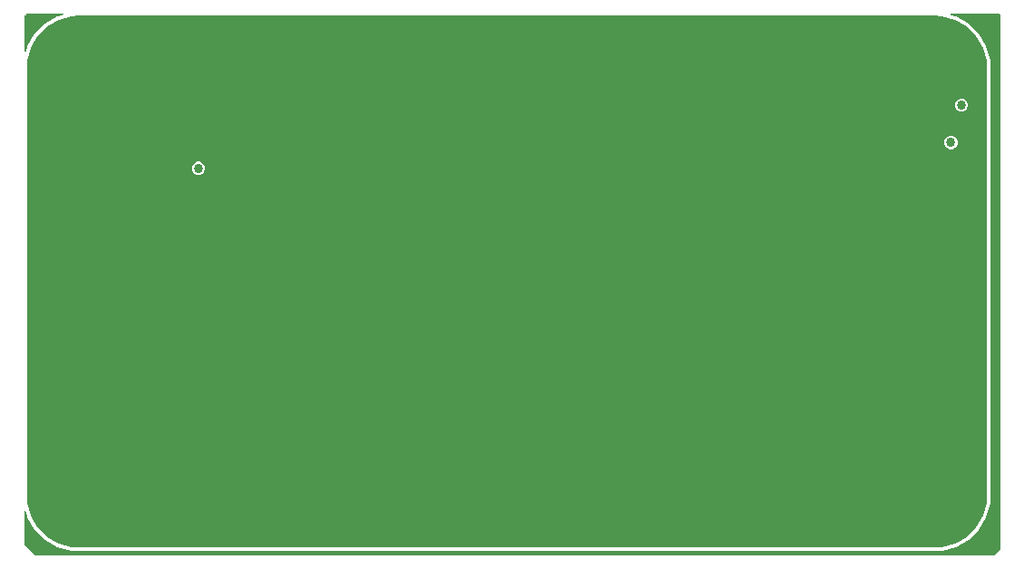
<source format=gbr>
G04 EAGLE Gerber RS-274X export*
G75*
%MOMM*%
%FSLAX34Y34*%
%LPD*%
%INBottom Copper*%
%IPPOS*%
%AMOC8*
5,1,8,0,0,1.08239X$1,22.5*%
G01*
%ADD10C,0.858000*%

G36*
X820019Y-58488D02*
X820019Y-58488D01*
X820050Y-58490D01*
X826280Y-58081D01*
X826303Y-58076D01*
X826427Y-58057D01*
X838463Y-54832D01*
X838477Y-54826D01*
X838492Y-54823D01*
X838646Y-54756D01*
X849437Y-48526D01*
X849449Y-48516D01*
X849463Y-48510D01*
X849594Y-48405D01*
X858405Y-39594D01*
X858414Y-39582D01*
X858427Y-39572D01*
X858526Y-39437D01*
X864756Y-28646D01*
X864762Y-28631D01*
X864771Y-28619D01*
X864832Y-28463D01*
X868057Y-16427D01*
X868059Y-16403D01*
X868081Y-16280D01*
X868490Y-10050D01*
X868488Y-10031D01*
X868491Y-10000D01*
X868491Y390000D01*
X868488Y390019D01*
X868490Y390050D01*
X868081Y396280D01*
X868076Y396303D01*
X868057Y396427D01*
X864832Y408463D01*
X864826Y408477D01*
X864823Y408492D01*
X864756Y408646D01*
X858526Y419437D01*
X858516Y419449D01*
X858510Y419463D01*
X858405Y419594D01*
X849594Y428405D01*
X849582Y428414D01*
X849572Y428427D01*
X849437Y428526D01*
X838646Y434756D01*
X838631Y434762D01*
X838619Y434771D01*
X838463Y434832D01*
X826427Y438057D01*
X826403Y438059D01*
X826280Y438081D01*
X820050Y438490D01*
X820031Y438488D01*
X820000Y438491D01*
X20000Y438491D01*
X19981Y438488D01*
X19950Y438490D01*
X13720Y438081D01*
X13697Y438076D01*
X13573Y438057D01*
X1537Y434832D01*
X1523Y434826D01*
X1508Y434823D01*
X1354Y434756D01*
X-9437Y428526D01*
X-9449Y428516D01*
X-9463Y428510D01*
X-9594Y428405D01*
X-18405Y419594D01*
X-18414Y419582D01*
X-18427Y419572D01*
X-18526Y419437D01*
X-24756Y408646D01*
X-24762Y408631D01*
X-24771Y408619D01*
X-24832Y408463D01*
X-28057Y396427D01*
X-28059Y396403D01*
X-28081Y396280D01*
X-28490Y390050D01*
X-28488Y390031D01*
X-28491Y390000D01*
X-28491Y-10000D01*
X-28488Y-10019D01*
X-28490Y-10050D01*
X-28081Y-16280D01*
X-28076Y-16303D01*
X-28057Y-16427D01*
X-24832Y-28463D01*
X-24826Y-28477D01*
X-24823Y-28492D01*
X-24756Y-28646D01*
X-18526Y-39437D01*
X-18516Y-39449D01*
X-18510Y-39463D01*
X-18405Y-39594D01*
X-9594Y-48405D01*
X-9582Y-48414D01*
X-9572Y-48427D01*
X-9437Y-48526D01*
X1354Y-54756D01*
X1369Y-54762D01*
X1381Y-54771D01*
X1537Y-54832D01*
X13573Y-58057D01*
X13597Y-58059D01*
X13720Y-58081D01*
X19950Y-58490D01*
X19969Y-58488D01*
X20000Y-58491D01*
X820000Y-58491D01*
X820019Y-58488D01*
G37*
G36*
X875090Y-65747D02*
X875090Y-65747D01*
X875181Y-65739D01*
X875211Y-65727D01*
X875243Y-65722D01*
X875323Y-65679D01*
X875407Y-65643D01*
X875439Y-65617D01*
X875460Y-65606D01*
X875482Y-65583D01*
X875538Y-65538D01*
X880538Y-60538D01*
X880591Y-60464D01*
X880651Y-60395D01*
X880663Y-60365D01*
X880682Y-60339D01*
X880709Y-60252D01*
X880743Y-60167D01*
X880747Y-60126D01*
X880754Y-60103D01*
X880753Y-60071D01*
X880761Y-60000D01*
X880761Y440000D01*
X880758Y440020D01*
X880760Y440039D01*
X880738Y440141D01*
X880722Y440243D01*
X880712Y440260D01*
X880708Y440280D01*
X880655Y440369D01*
X880606Y440460D01*
X880592Y440474D01*
X880582Y440491D01*
X880503Y440558D01*
X880428Y440630D01*
X880410Y440638D01*
X880395Y440651D01*
X880299Y440690D01*
X880205Y440733D01*
X880185Y440735D01*
X880167Y440743D01*
X880000Y440761D01*
X835353Y440761D01*
X835329Y440757D01*
X835305Y440760D01*
X835208Y440738D01*
X835110Y440722D01*
X835089Y440710D01*
X835066Y440705D01*
X834981Y440653D01*
X834893Y440606D01*
X834876Y440589D01*
X834856Y440576D01*
X834792Y440500D01*
X834724Y440428D01*
X834713Y440406D01*
X834698Y440388D01*
X834662Y440295D01*
X834620Y440205D01*
X834617Y440181D01*
X834609Y440159D01*
X834604Y440059D01*
X834593Y439961D01*
X834598Y439937D01*
X834597Y439913D01*
X834624Y439817D01*
X834645Y439720D01*
X834657Y439700D01*
X834664Y439676D01*
X834720Y439594D01*
X834771Y439509D01*
X834790Y439493D01*
X834803Y439474D01*
X834883Y439414D01*
X834958Y439349D01*
X834981Y439340D01*
X835000Y439326D01*
X835156Y439265D01*
X839882Y437998D01*
X851627Y431217D01*
X861217Y421627D01*
X867998Y409882D01*
X871509Y396781D01*
X871509Y-16781D01*
X867998Y-29882D01*
X861217Y-41627D01*
X851627Y-51217D01*
X839882Y-57998D01*
X826781Y-61509D01*
X13219Y-61509D01*
X118Y-57998D01*
X-11627Y-51217D01*
X-21217Y-41627D01*
X-27998Y-29882D01*
X-29265Y-25156D01*
X-29275Y-25134D01*
X-29279Y-25110D01*
X-29325Y-25023D01*
X-29366Y-24932D01*
X-29382Y-24914D01*
X-29394Y-24893D01*
X-29466Y-24825D01*
X-29533Y-24752D01*
X-29554Y-24740D01*
X-29572Y-24724D01*
X-29662Y-24682D01*
X-29749Y-24634D01*
X-29773Y-24630D01*
X-29795Y-24620D01*
X-29894Y-24609D01*
X-29992Y-24592D01*
X-30016Y-24596D01*
X-30039Y-24593D01*
X-30137Y-24614D01*
X-30235Y-24629D01*
X-30256Y-24640D01*
X-30280Y-24645D01*
X-30365Y-24696D01*
X-30454Y-24742D01*
X-30470Y-24759D01*
X-30491Y-24771D01*
X-30556Y-24847D01*
X-30625Y-24918D01*
X-30635Y-24940D01*
X-30651Y-24958D01*
X-30688Y-25051D01*
X-30731Y-25140D01*
X-30734Y-25164D01*
X-30743Y-25186D01*
X-30761Y-25353D01*
X-30761Y-55000D01*
X-30747Y-55090D01*
X-30739Y-55181D01*
X-30727Y-55211D01*
X-30722Y-55243D01*
X-30679Y-55323D01*
X-30643Y-55407D01*
X-30617Y-55439D01*
X-30606Y-55460D01*
X-30583Y-55482D01*
X-30538Y-55538D01*
X-20538Y-65538D01*
X-20464Y-65591D01*
X-20395Y-65651D01*
X-20365Y-65663D01*
X-20339Y-65682D01*
X-20252Y-65709D01*
X-20167Y-65743D01*
X-20126Y-65747D01*
X-20103Y-65754D01*
X-20071Y-65753D01*
X-20000Y-65761D01*
X875000Y-65761D01*
X875090Y-65747D01*
G37*
G36*
X-29937Y404598D02*
X-29937Y404598D01*
X-29913Y404597D01*
X-29817Y404624D01*
X-29720Y404645D01*
X-29700Y404657D01*
X-29676Y404664D01*
X-29594Y404720D01*
X-29509Y404771D01*
X-29493Y404790D01*
X-29474Y404803D01*
X-29414Y404883D01*
X-29349Y404958D01*
X-29340Y404981D01*
X-29326Y405000D01*
X-29265Y405156D01*
X-27998Y409882D01*
X-21217Y421627D01*
X-11627Y431217D01*
X118Y437998D01*
X4844Y439265D01*
X4866Y439275D01*
X4890Y439279D01*
X4977Y439325D01*
X5068Y439366D01*
X5086Y439382D01*
X5107Y439394D01*
X5175Y439466D01*
X5248Y439533D01*
X5260Y439554D01*
X5276Y439572D01*
X5318Y439662D01*
X5366Y439749D01*
X5370Y439773D01*
X5380Y439795D01*
X5391Y439894D01*
X5408Y439992D01*
X5404Y440016D01*
X5407Y440039D01*
X5386Y440137D01*
X5371Y440235D01*
X5360Y440256D01*
X5355Y440280D01*
X5304Y440365D01*
X5258Y440454D01*
X5241Y440470D01*
X5229Y440491D01*
X5153Y440556D01*
X5082Y440625D01*
X5060Y440635D01*
X5042Y440651D01*
X4949Y440688D01*
X4860Y440731D01*
X4836Y440734D01*
X4814Y440743D01*
X4647Y440761D01*
X-28080Y440761D01*
X-28100Y440758D01*
X-28119Y440760D01*
X-28221Y440738D01*
X-28323Y440722D01*
X-28340Y440712D01*
X-28360Y440708D01*
X-28449Y440655D01*
X-28540Y440606D01*
X-28554Y440592D01*
X-28571Y440582D01*
X-28638Y440503D01*
X-28710Y440428D01*
X-28718Y440410D01*
X-28731Y440395D01*
X-28770Y440299D01*
X-28813Y440205D01*
X-28815Y440185D01*
X-28823Y440167D01*
X-28841Y440000D01*
X-28841Y439520D01*
X-29520Y438841D01*
X-30000Y438841D01*
X-30020Y438838D01*
X-30039Y438840D01*
X-30141Y438818D01*
X-30243Y438802D01*
X-30260Y438792D01*
X-30280Y438788D01*
X-30369Y438735D01*
X-30460Y438686D01*
X-30474Y438672D01*
X-30491Y438662D01*
X-30558Y438583D01*
X-30630Y438508D01*
X-30638Y438490D01*
X-30651Y438475D01*
X-30690Y438379D01*
X-30733Y438285D01*
X-30735Y438265D01*
X-30743Y438247D01*
X-30761Y438080D01*
X-30761Y405353D01*
X-30757Y405329D01*
X-30760Y405305D01*
X-30738Y405208D01*
X-30722Y405110D01*
X-30710Y405089D01*
X-30705Y405066D01*
X-30653Y404981D01*
X-30606Y404893D01*
X-30589Y404876D01*
X-30576Y404856D01*
X-30500Y404792D01*
X-30428Y404724D01*
X-30406Y404713D01*
X-30388Y404698D01*
X-30295Y404662D01*
X-30205Y404620D01*
X-30181Y404617D01*
X-30159Y404609D01*
X-30059Y404604D01*
X-29961Y404593D01*
X-29937Y404598D01*
G37*
%LPC*%
G36*
X843793Y348931D02*
X843793Y348931D01*
X841562Y349855D01*
X839855Y351562D01*
X838931Y353793D01*
X838931Y356207D01*
X839855Y358438D01*
X841562Y360145D01*
X843793Y361069D01*
X846207Y361069D01*
X848438Y360145D01*
X850145Y358438D01*
X851069Y356207D01*
X851069Y353793D01*
X850145Y351562D01*
X848438Y349855D01*
X846207Y348931D01*
X843793Y348931D01*
G37*
%LPD*%
%LPC*%
G36*
X833793Y313931D02*
X833793Y313931D01*
X831562Y314855D01*
X829855Y316562D01*
X828931Y318793D01*
X828931Y321207D01*
X829855Y323438D01*
X831562Y325145D01*
X833793Y326069D01*
X836207Y326069D01*
X838438Y325145D01*
X840145Y323438D01*
X841069Y321207D01*
X841069Y318793D01*
X840145Y316562D01*
X838438Y314855D01*
X836207Y313931D01*
X833793Y313931D01*
G37*
%LPD*%
%LPC*%
G36*
X130793Y290031D02*
X130793Y290031D01*
X128562Y290955D01*
X126855Y292662D01*
X125931Y294893D01*
X125931Y297307D01*
X126855Y299538D01*
X128562Y301245D01*
X130793Y302169D01*
X133207Y302169D01*
X135438Y301245D01*
X137145Y299538D01*
X138069Y297307D01*
X138069Y294893D01*
X137145Y292662D01*
X135438Y290955D01*
X133207Y290031D01*
X130793Y290031D01*
G37*
%LPD*%
D10*
X132000Y296100D03*
X845000Y355000D03*
X835000Y320000D03*
M02*

</source>
